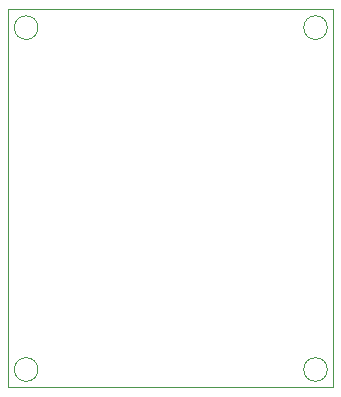
<source format=gbr>
%TF.GenerationSoftware,KiCad,Pcbnew,8.0.4*%
%TF.CreationDate,2024-12-08T23:45:12+08:00*%
%TF.ProjectId,funHomeSwitch,66756e48-6f6d-4655-9377-697463682e6b,rev?*%
%TF.SameCoordinates,Original*%
%TF.FileFunction,Profile,NP*%
%FSLAX46Y46*%
G04 Gerber Fmt 4.6, Leading zero omitted, Abs format (unit mm)*
G04 Created by KiCad (PCBNEW 8.0.4) date 2024-12-08 23:45:12*
%MOMM*%
%LPD*%
G01*
G04 APERTURE LIST*
%TA.AperFunction,Profile*%
%ADD10C,0.050000*%
%TD*%
G04 APERTURE END LIST*
D10*
X190075000Y-64000000D02*
G75*
G02*
X188075000Y-64000000I-1000000J0D01*
G01*
X188075000Y-64000000D02*
G75*
G02*
X190075000Y-64000000I1000000J0D01*
G01*
X187575000Y-62450000D02*
X215075000Y-62450000D01*
X214575000Y-92950000D02*
G75*
G02*
X212575000Y-92950000I-1000000J0D01*
G01*
X212575000Y-92950000D02*
G75*
G02*
X214575000Y-92950000I1000000J0D01*
G01*
X190075000Y-92950000D02*
G75*
G02*
X188075000Y-92950000I-1000000J0D01*
G01*
X188075000Y-92950000D02*
G75*
G02*
X190075000Y-92950000I1000000J0D01*
G01*
X187575000Y-94450000D02*
X187575000Y-62450000D01*
X214575000Y-64000000D02*
G75*
G02*
X212575000Y-64000000I-1000000J0D01*
G01*
X212575000Y-64000000D02*
G75*
G02*
X214575000Y-64000000I1000000J0D01*
G01*
X215075000Y-94450000D02*
X187575000Y-94450000D01*
X215075000Y-62450000D02*
X215075000Y-94450000D01*
M02*

</source>
